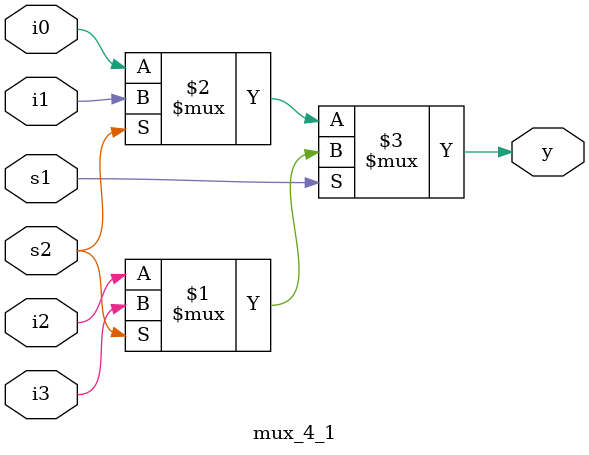
<source format=v>
module mux_4_1(input i0,i1,i2,i3,s1,s2,output y);
  assign y=s1?(s2?i3:i2):(s2?i1:i0);
endmodule

</source>
